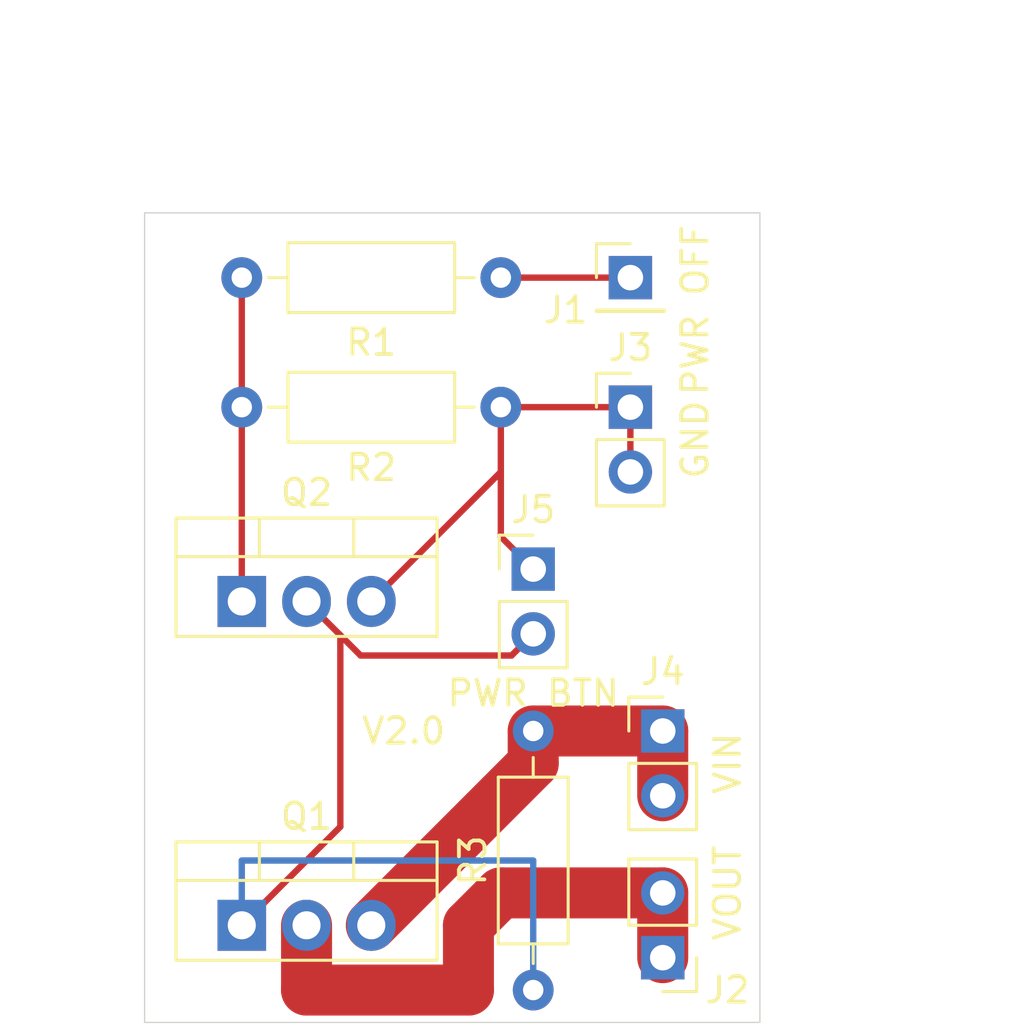
<source format=kicad_pcb>
(kicad_pcb (version 20171130) (host pcbnew 5.1.9-73d0e3b20d~88~ubuntu20.04.1)

  (general
    (thickness 1.6)
    (drawings 7)
    (tracks 29)
    (zones 0)
    (modules 12)
    (nets 7)
  )

  (page A4)
  (layers
    (0 F.Cu signal)
    (31 B.Cu signal)
    (32 B.Adhes user)
    (33 F.Adhes user)
    (34 B.Paste user)
    (35 F.Paste user)
    (36 B.SilkS user)
    (37 F.SilkS user)
    (38 B.Mask user)
    (39 F.Mask user)
    (40 Dwgs.User user)
    (41 Cmts.User user)
    (42 Eco1.User user)
    (43 Eco2.User user)
    (44 Edge.Cuts user)
    (45 Margin user)
    (46 B.CrtYd user)
    (47 F.CrtYd user)
    (48 B.Fab user)
    (49 F.Fab user)
  )

  (setup
    (last_trace_width 0.25)
    (user_trace_width 2)
    (trace_clearance 0.2)
    (zone_clearance 0.508)
    (zone_45_only no)
    (trace_min 0.2)
    (via_size 0.8)
    (via_drill 0.4)
    (via_min_size 0.4)
    (via_min_drill 0.3)
    (uvia_size 0.3)
    (uvia_drill 0.1)
    (uvias_allowed no)
    (uvia_min_size 0.2)
    (uvia_min_drill 0.1)
    (edge_width 0.05)
    (segment_width 0.2)
    (pcb_text_width 0.3)
    (pcb_text_size 1.5 1.5)
    (mod_edge_width 0.12)
    (mod_text_size 1 1)
    (mod_text_width 0.15)
    (pad_size 1.524 1.524)
    (pad_drill 0.762)
    (pad_to_mask_clearance 0)
    (aux_axis_origin 0 0)
    (visible_elements FFFFFF7F)
    (pcbplotparams
      (layerselection 0x010fc_ffffffff)
      (usegerberextensions false)
      (usegerberattributes true)
      (usegerberadvancedattributes true)
      (creategerberjobfile true)
      (excludeedgelayer true)
      (linewidth 0.100000)
      (plotframeref false)
      (viasonmask false)
      (mode 1)
      (useauxorigin false)
      (hpglpennumber 1)
      (hpglpenspeed 20)
      (hpglpendiameter 15.000000)
      (psnegative false)
      (psa4output false)
      (plotreference true)
      (plotvalue true)
      (plotinvisibletext false)
      (padsonsilk false)
      (subtractmaskfromsilk false)
      (outputformat 1)
      (mirror false)
      (drillshape 0)
      (scaleselection 1)
      (outputdirectory "../gerber/"))
  )

  (net 0 "")
  (net 1 "Net-(J1-Pad1)")
  (net 2 VCC)
  (net 3 GND)
  (net 4 +BATT)
  (net 5 "Net-(J5-Pad2)")
  (net 6 "Net-(Q2-Pad1)")

  (net_class Default "This is the default net class."
    (clearance 0.2)
    (trace_width 0.25)
    (via_dia 0.8)
    (via_drill 0.4)
    (uvia_dia 0.3)
    (uvia_drill 0.1)
    (add_net +BATT)
    (add_net GND)
    (add_net "Net-(J1-Pad1)")
    (add_net "Net-(J5-Pad2)")
    (add_net "Net-(Q2-Pad1)")
    (add_net VCC)
  )

  (module MountingHole:MountingHole_2.2mm_M2 (layer F.Cu) (tedit 56D1B4CB) (tstamp 60178CB4)
    (at 162.56 109.22)
    (descr "Mounting Hole 2.2mm, no annular, M2")
    (tags "mounting hole 2.2mm no annular m2")
    (attr virtual)
    (fp_text reference REF** (at 0 -3.2) (layer F.SilkS) hide
      (effects (font (size 1 1) (thickness 0.15)))
    )
    (fp_text value MountingHole_2.2mm_M2 (at 0 3.2) (layer F.Fab)
      (effects (font (size 1 1) (thickness 0.15)))
    )
    (fp_circle (center 0 0) (end 2.2 0) (layer Cmts.User) (width 0.15))
    (fp_circle (center 0 0) (end 2.45 0) (layer F.CrtYd) (width 0.05))
    (fp_text user %R (at 0.3 0) (layer F.Fab)
      (effects (font (size 1 1) (thickness 0.15)))
    )
    (pad 1 np_thru_hole circle (at 0 0) (size 2.2 2.2) (drill 2.2) (layers *.Cu *.Mask))
  )

  (module MountingHole:MountingHole_2.2mm_M2 (layer F.Cu) (tedit 56D1B4CB) (tstamp 60178C6B)
    (at 179.07 104.14)
    (descr "Mounting Hole 2.2mm, no annular, M2")
    (tags "mounting hole 2.2mm no annular m2")
    (attr virtual)
    (fp_text reference REF** (at 0 -3.2) (layer F.SilkS) hide
      (effects (font (size 1 1) (thickness 0.15)))
    )
    (fp_text value MountingHole_2.2mm_M2 (at 0 3.2) (layer F.Fab)
      (effects (font (size 1 1) (thickness 0.15)))
    )
    (fp_circle (center 0 0) (end 2.2 0) (layer Cmts.User) (width 0.15))
    (fp_circle (center 0 0) (end 2.45 0) (layer F.CrtYd) (width 0.05))
    (fp_text user %R (at 0.3 0) (layer F.Fab)
      (effects (font (size 1 1) (thickness 0.15)))
    )
    (pad 1 np_thru_hole circle (at 0 0) (size 2.2 2.2) (drill 2.2) (layers *.Cu *.Mask))
  )

  (module Resistor_THT:R_Axial_DIN0207_L6.3mm_D2.5mm_P10.16mm_Horizontal (layer F.Cu) (tedit 5AE5139B) (tstamp 6017720B)
    (at 173.99 119.38 90)
    (descr "Resistor, Axial_DIN0207 series, Axial, Horizontal, pin pitch=10.16mm, 0.25W = 1/4W, length*diameter=6.3*2.5mm^2, http://cdn-reichelt.de/documents/datenblatt/B400/1_4W%23YAG.pdf")
    (tags "Resistor Axial_DIN0207 series Axial Horizontal pin pitch 10.16mm 0.25W = 1/4W length 6.3mm diameter 2.5mm")
    (path /60169147)
    (fp_text reference R3 (at 5.08 -2.37 90) (layer F.SilkS)
      (effects (font (size 1 1) (thickness 0.15)))
    )
    (fp_text value 10K (at 5.08 2.37 90) (layer F.Fab)
      (effects (font (size 1 1) (thickness 0.15)))
    )
    (fp_line (start 11.21 -1.5) (end -1.05 -1.5) (layer F.CrtYd) (width 0.05))
    (fp_line (start 11.21 1.5) (end 11.21 -1.5) (layer F.CrtYd) (width 0.05))
    (fp_line (start -1.05 1.5) (end 11.21 1.5) (layer F.CrtYd) (width 0.05))
    (fp_line (start -1.05 -1.5) (end -1.05 1.5) (layer F.CrtYd) (width 0.05))
    (fp_line (start 9.12 0) (end 8.35 0) (layer F.SilkS) (width 0.12))
    (fp_line (start 1.04 0) (end 1.81 0) (layer F.SilkS) (width 0.12))
    (fp_line (start 8.35 -1.37) (end 1.81 -1.37) (layer F.SilkS) (width 0.12))
    (fp_line (start 8.35 1.37) (end 8.35 -1.37) (layer F.SilkS) (width 0.12))
    (fp_line (start 1.81 1.37) (end 8.35 1.37) (layer F.SilkS) (width 0.12))
    (fp_line (start 1.81 -1.37) (end 1.81 1.37) (layer F.SilkS) (width 0.12))
    (fp_line (start 10.16 0) (end 8.23 0) (layer F.Fab) (width 0.1))
    (fp_line (start 0 0) (end 1.93 0) (layer F.Fab) (width 0.1))
    (fp_line (start 8.23 -1.25) (end 1.93 -1.25) (layer F.Fab) (width 0.1))
    (fp_line (start 8.23 1.25) (end 8.23 -1.25) (layer F.Fab) (width 0.1))
    (fp_line (start 1.93 1.25) (end 8.23 1.25) (layer F.Fab) (width 0.1))
    (fp_line (start 1.93 -1.25) (end 1.93 1.25) (layer F.Fab) (width 0.1))
    (fp_text user %R (at 5.08 0 90) (layer F.Fab)
      (effects (font (size 1 1) (thickness 0.15)))
    )
    (pad 2 thru_hole oval (at 10.16 0 90) (size 1.6 1.6) (drill 0.8) (layers *.Cu *.Mask)
      (net 4 +BATT))
    (pad 1 thru_hole circle (at 0 0 90) (size 1.6 1.6) (drill 0.8) (layers *.Cu *.Mask)
      (net 5 "Net-(J5-Pad2)"))
    (model ${KISYS3DMOD}/Resistor_THT.3dshapes/R_Axial_DIN0207_L6.3mm_D2.5mm_P10.16mm_Horizontal.wrl
      (at (xyz 0 0 0))
      (scale (xyz 1 1 1))
      (rotate (xyz 0 0 0))
    )
  )

  (module Connector_PinHeader_2.54mm:PinHeader_1x02_P2.54mm_Vertical (layer F.Cu) (tedit 59FED5CC) (tstamp 60176CA8)
    (at 179.07 118.11 180)
    (descr "Through hole straight pin header, 1x02, 2.54mm pitch, single row")
    (tags "Through hole pin header THT 1x02 2.54mm single row")
    (path /601A202A)
    (fp_text reference J2 (at -2.54 -1.27) (layer F.SilkS)
      (effects (font (size 1 1) (thickness 0.15)))
    )
    (fp_text value VOUT (at -2.54 2.54 90) (layer F.SilkS)
      (effects (font (size 1 1) (thickness 0.15)))
    )
    (fp_line (start -0.635 -1.27) (end 1.27 -1.27) (layer F.Fab) (width 0.1))
    (fp_line (start 1.27 -1.27) (end 1.27 3.81) (layer F.Fab) (width 0.1))
    (fp_line (start 1.27 3.81) (end -1.27 3.81) (layer F.Fab) (width 0.1))
    (fp_line (start -1.27 3.81) (end -1.27 -0.635) (layer F.Fab) (width 0.1))
    (fp_line (start -1.27 -0.635) (end -0.635 -1.27) (layer F.Fab) (width 0.1))
    (fp_line (start -1.33 3.87) (end 1.33 3.87) (layer F.SilkS) (width 0.12))
    (fp_line (start -1.33 1.27) (end -1.33 3.87) (layer F.SilkS) (width 0.12))
    (fp_line (start 1.33 1.27) (end 1.33 3.87) (layer F.SilkS) (width 0.12))
    (fp_line (start -1.33 1.27) (end 1.33 1.27) (layer F.SilkS) (width 0.12))
    (fp_line (start -1.33 0) (end -1.33 -1.33) (layer F.SilkS) (width 0.12))
    (fp_line (start -1.33 -1.33) (end 0 -1.33) (layer F.SilkS) (width 0.12))
    (fp_line (start -1.8 -1.8) (end -1.8 4.35) (layer F.CrtYd) (width 0.05))
    (fp_line (start -1.8 4.35) (end 1.8 4.35) (layer F.CrtYd) (width 0.05))
    (fp_line (start 1.8 4.35) (end 1.8 -1.8) (layer F.CrtYd) (width 0.05))
    (fp_line (start 1.8 -1.8) (end -1.8 -1.8) (layer F.CrtYd) (width 0.05))
    (fp_text user %R (at 0 1.27 90) (layer F.Fab)
      (effects (font (size 1 1) (thickness 0.15)))
    )
    (pad 1 thru_hole rect (at 0 0 180) (size 1.7 1.7) (drill 1) (layers *.Cu *.Mask)
      (net 2 VCC))
    (pad 2 thru_hole oval (at 0 2.54 180) (size 1.7 1.7) (drill 1) (layers *.Cu *.Mask)
      (net 2 VCC))
    (model ${KISYS3DMOD}/Connector_PinHeader_2.54mm.3dshapes/PinHeader_1x02_P2.54mm_Vertical.wrl
      (at (xyz 0 0 0))
      (scale (xyz 1 1 1))
      (rotate (xyz 0 0 0))
    )
  )

  (module Connector_PinHeader_2.54mm:PinHeader_1x01_P2.54mm_Vertical (layer F.Cu) (tedit 59FED5CC) (tstamp 601762B8)
    (at 177.8 91.44)
    (descr "Through hole straight pin header, 1x01, 2.54mm pitch, single row")
    (tags "Through hole pin header THT 1x01 2.54mm single row")
    (path /6018D6EC)
    (fp_text reference J1 (at -2.54 1.27) (layer F.SilkS)
      (effects (font (size 1 1) (thickness 0.15)))
    )
    (fp_text value "PWR OFF" (at 2.54 1.27 90) (layer F.SilkS)
      (effects (font (size 1 1) (thickness 0.15)))
    )
    (fp_line (start -0.635 -1.27) (end 1.27 -1.27) (layer F.Fab) (width 0.1))
    (fp_line (start 1.27 -1.27) (end 1.27 1.27) (layer F.Fab) (width 0.1))
    (fp_line (start 1.27 1.27) (end -1.27 1.27) (layer F.Fab) (width 0.1))
    (fp_line (start -1.27 1.27) (end -1.27 -0.635) (layer F.Fab) (width 0.1))
    (fp_line (start -1.27 -0.635) (end -0.635 -1.27) (layer F.Fab) (width 0.1))
    (fp_line (start -1.33 1.33) (end 1.33 1.33) (layer F.SilkS) (width 0.12))
    (fp_line (start -1.33 1.27) (end -1.33 1.33) (layer F.SilkS) (width 0.12))
    (fp_line (start 1.33 1.27) (end 1.33 1.33) (layer F.SilkS) (width 0.12))
    (fp_line (start -1.33 1.27) (end 1.33 1.27) (layer F.SilkS) (width 0.12))
    (fp_line (start -1.33 0) (end -1.33 -1.33) (layer F.SilkS) (width 0.12))
    (fp_line (start -1.33 -1.33) (end 0 -1.33) (layer F.SilkS) (width 0.12))
    (fp_line (start -1.8 -1.8) (end -1.8 1.8) (layer F.CrtYd) (width 0.05))
    (fp_line (start -1.8 1.8) (end 1.8 1.8) (layer F.CrtYd) (width 0.05))
    (fp_line (start 1.8 1.8) (end 1.8 -1.8) (layer F.CrtYd) (width 0.05))
    (fp_line (start 1.8 -1.8) (end -1.8 -1.8) (layer F.CrtYd) (width 0.05))
    (fp_text user %R (at 0 0 90) (layer F.Fab)
      (effects (font (size 1 1) (thickness 0.15)))
    )
    (pad 1 thru_hole rect (at 0 0) (size 1.7 1.7) (drill 1) (layers *.Cu *.Mask)
      (net 1 "Net-(J1-Pad1)"))
    (model ${KISYS3DMOD}/Connector_PinHeader_2.54mm.3dshapes/PinHeader_1x01_P2.54mm_Vertical.wrl
      (at (xyz 0 0 0))
      (scale (xyz 1 1 1))
      (rotate (xyz 0 0 0))
    )
  )

  (module Connector_PinHeader_2.54mm:PinHeader_1x02_P2.54mm_Vertical (layer F.Cu) (tedit 59FED5CC) (tstamp 60176619)
    (at 177.8 96.52)
    (descr "Through hole straight pin header, 1x02, 2.54mm pitch, single row")
    (tags "Through hole pin header THT 1x02 2.54mm single row")
    (path /6019BEFD)
    (fp_text reference J3 (at 0 -2.33) (layer F.SilkS)
      (effects (font (size 1 1) (thickness 0.15)))
    )
    (fp_text value GND (at 2.54 1.27 90) (layer F.SilkS)
      (effects (font (size 1 1) (thickness 0.15)))
    )
    (fp_line (start -0.635 -1.27) (end 1.27 -1.27) (layer F.Fab) (width 0.1))
    (fp_line (start 1.27 -1.27) (end 1.27 3.81) (layer F.Fab) (width 0.1))
    (fp_line (start 1.27 3.81) (end -1.27 3.81) (layer F.Fab) (width 0.1))
    (fp_line (start -1.27 3.81) (end -1.27 -0.635) (layer F.Fab) (width 0.1))
    (fp_line (start -1.27 -0.635) (end -0.635 -1.27) (layer F.Fab) (width 0.1))
    (fp_line (start -1.33 3.87) (end 1.33 3.87) (layer F.SilkS) (width 0.12))
    (fp_line (start -1.33 1.27) (end -1.33 3.87) (layer F.SilkS) (width 0.12))
    (fp_line (start 1.33 1.27) (end 1.33 3.87) (layer F.SilkS) (width 0.12))
    (fp_line (start -1.33 1.27) (end 1.33 1.27) (layer F.SilkS) (width 0.12))
    (fp_line (start -1.33 0) (end -1.33 -1.33) (layer F.SilkS) (width 0.12))
    (fp_line (start -1.33 -1.33) (end 0 -1.33) (layer F.SilkS) (width 0.12))
    (fp_line (start -1.8 -1.8) (end -1.8 4.35) (layer F.CrtYd) (width 0.05))
    (fp_line (start -1.8 4.35) (end 1.8 4.35) (layer F.CrtYd) (width 0.05))
    (fp_line (start 1.8 4.35) (end 1.8 -1.8) (layer F.CrtYd) (width 0.05))
    (fp_line (start 1.8 -1.8) (end -1.8 -1.8) (layer F.CrtYd) (width 0.05))
    (fp_text user %R (at 0 1.27 90) (layer F.Fab)
      (effects (font (size 1 1) (thickness 0.15)))
    )
    (pad 1 thru_hole rect (at 0 0) (size 1.7 1.7) (drill 1) (layers *.Cu *.Mask)
      (net 3 GND))
    (pad 2 thru_hole oval (at 0 2.54) (size 1.7 1.7) (drill 1) (layers *.Cu *.Mask)
      (net 3 GND))
    (model ${KISYS3DMOD}/Connector_PinHeader_2.54mm.3dshapes/PinHeader_1x02_P2.54mm_Vertical.wrl
      (at (xyz 0 0 0))
      (scale (xyz 1 1 1))
      (rotate (xyz 0 0 0))
    )
  )

  (module Connector_PinHeader_2.54mm:PinHeader_1x02_P2.54mm_Vertical (layer F.Cu) (tedit 59FED5CC) (tstamp 60176E56)
    (at 179.07 109.22)
    (descr "Through hole straight pin header, 1x02, 2.54mm pitch, single row")
    (tags "Through hole pin header THT 1x02 2.54mm single row")
    (path /601A169F)
    (fp_text reference J4 (at 0 -2.33) (layer F.SilkS)
      (effects (font (size 1 1) (thickness 0.15)))
    )
    (fp_text value VIN (at 2.54 1.27 90) (layer F.SilkS)
      (effects (font (size 1 1) (thickness 0.15)))
    )
    (fp_line (start 1.8 -1.8) (end -1.8 -1.8) (layer F.CrtYd) (width 0.05))
    (fp_line (start 1.8 4.35) (end 1.8 -1.8) (layer F.CrtYd) (width 0.05))
    (fp_line (start -1.8 4.35) (end 1.8 4.35) (layer F.CrtYd) (width 0.05))
    (fp_line (start -1.8 -1.8) (end -1.8 4.35) (layer F.CrtYd) (width 0.05))
    (fp_line (start -1.33 -1.33) (end 0 -1.33) (layer F.SilkS) (width 0.12))
    (fp_line (start -1.33 0) (end -1.33 -1.33) (layer F.SilkS) (width 0.12))
    (fp_line (start -1.33 1.27) (end 1.33 1.27) (layer F.SilkS) (width 0.12))
    (fp_line (start 1.33 1.27) (end 1.33 3.87) (layer F.SilkS) (width 0.12))
    (fp_line (start -1.33 1.27) (end -1.33 3.87) (layer F.SilkS) (width 0.12))
    (fp_line (start -1.33 3.87) (end 1.33 3.87) (layer F.SilkS) (width 0.12))
    (fp_line (start -1.27 -0.635) (end -0.635 -1.27) (layer F.Fab) (width 0.1))
    (fp_line (start -1.27 3.81) (end -1.27 -0.635) (layer F.Fab) (width 0.1))
    (fp_line (start 1.27 3.81) (end -1.27 3.81) (layer F.Fab) (width 0.1))
    (fp_line (start 1.27 -1.27) (end 1.27 3.81) (layer F.Fab) (width 0.1))
    (fp_line (start -0.635 -1.27) (end 1.27 -1.27) (layer F.Fab) (width 0.1))
    (fp_text user %R (at 0 1.27 90) (layer F.Fab)
      (effects (font (size 1 1) (thickness 0.15)))
    )
    (pad 2 thru_hole oval (at 0 2.54) (size 1.7 1.7) (drill 1) (layers *.Cu *.Mask)
      (net 4 +BATT))
    (pad 1 thru_hole rect (at 0 0) (size 1.7 1.7) (drill 1) (layers *.Cu *.Mask)
      (net 4 +BATT))
    (model ${KISYS3DMOD}/Connector_PinHeader_2.54mm.3dshapes/PinHeader_1x02_P2.54mm_Vertical.wrl
      (at (xyz 0 0 0))
      (scale (xyz 1 1 1))
      (rotate (xyz 0 0 0))
    )
  )

  (module Connector_PinHeader_2.54mm:PinHeader_1x02_P2.54mm_Vertical (layer F.Cu) (tedit 59FED5CC) (tstamp 60176683)
    (at 173.99 102.87)
    (descr "Through hole straight pin header, 1x02, 2.54mm pitch, single row")
    (tags "Through hole pin header THT 1x02 2.54mm single row")
    (path /601A6D43)
    (fp_text reference J5 (at 0 -2.33) (layer F.SilkS)
      (effects (font (size 1 1) (thickness 0.15)))
    )
    (fp_text value "PWR BTN" (at 0 4.87) (layer F.SilkS)
      (effects (font (size 1 1) (thickness 0.15)))
    )
    (fp_line (start 1.8 -1.8) (end -1.8 -1.8) (layer F.CrtYd) (width 0.05))
    (fp_line (start 1.8 4.35) (end 1.8 -1.8) (layer F.CrtYd) (width 0.05))
    (fp_line (start -1.8 4.35) (end 1.8 4.35) (layer F.CrtYd) (width 0.05))
    (fp_line (start -1.8 -1.8) (end -1.8 4.35) (layer F.CrtYd) (width 0.05))
    (fp_line (start -1.33 -1.33) (end 0 -1.33) (layer F.SilkS) (width 0.12))
    (fp_line (start -1.33 0) (end -1.33 -1.33) (layer F.SilkS) (width 0.12))
    (fp_line (start -1.33 1.27) (end 1.33 1.27) (layer F.SilkS) (width 0.12))
    (fp_line (start 1.33 1.27) (end 1.33 3.87) (layer F.SilkS) (width 0.12))
    (fp_line (start -1.33 1.27) (end -1.33 3.87) (layer F.SilkS) (width 0.12))
    (fp_line (start -1.33 3.87) (end 1.33 3.87) (layer F.SilkS) (width 0.12))
    (fp_line (start -1.27 -0.635) (end -0.635 -1.27) (layer F.Fab) (width 0.1))
    (fp_line (start -1.27 3.81) (end -1.27 -0.635) (layer F.Fab) (width 0.1))
    (fp_line (start 1.27 3.81) (end -1.27 3.81) (layer F.Fab) (width 0.1))
    (fp_line (start 1.27 -1.27) (end 1.27 3.81) (layer F.Fab) (width 0.1))
    (fp_line (start -0.635 -1.27) (end 1.27 -1.27) (layer F.Fab) (width 0.1))
    (fp_text user %R (at 0 1.27) (layer F.Fab)
      (effects (font (size 1 1) (thickness 0.15)))
    )
    (pad 2 thru_hole oval (at 0 2.54) (size 1.7 1.7) (drill 1) (layers *.Cu *.Mask)
      (net 5 "Net-(J5-Pad2)"))
    (pad 1 thru_hole rect (at 0 0) (size 1.7 1.7) (drill 1) (layers *.Cu *.Mask)
      (net 3 GND))
    (model ${KISYS3DMOD}/Connector_PinHeader_2.54mm.3dshapes/PinHeader_1x02_P2.54mm_Vertical.wrl
      (at (xyz 0 0 0))
      (scale (xyz 1 1 1))
      (rotate (xyz 0 0 0))
    )
  )

  (module Package_TO_SOT_THT:TO-220-3_Vertical (layer F.Cu) (tedit 5AC8BA0D) (tstamp 60175E5C)
    (at 162.56 116.84)
    (descr "TO-220-3, Vertical, RM 2.54mm, see https://www.vishay.com/docs/66542/to-220-1.pdf")
    (tags "TO-220-3 Vertical RM 2.54mm")
    (path /60169AE7)
    (fp_text reference Q1 (at 2.54 -4.27) (layer F.SilkS)
      (effects (font (size 1 1) (thickness 0.15)))
    )
    (fp_text value Q_PMOS_GDS (at 2.54 2.5) (layer F.Fab)
      (effects (font (size 1 1) (thickness 0.15)))
    )
    (fp_line (start -2.46 -3.15) (end -2.46 1.25) (layer F.Fab) (width 0.1))
    (fp_line (start -2.46 1.25) (end 7.54 1.25) (layer F.Fab) (width 0.1))
    (fp_line (start 7.54 1.25) (end 7.54 -3.15) (layer F.Fab) (width 0.1))
    (fp_line (start 7.54 -3.15) (end -2.46 -3.15) (layer F.Fab) (width 0.1))
    (fp_line (start -2.46 -1.88) (end 7.54 -1.88) (layer F.Fab) (width 0.1))
    (fp_line (start 0.69 -3.15) (end 0.69 -1.88) (layer F.Fab) (width 0.1))
    (fp_line (start 4.39 -3.15) (end 4.39 -1.88) (layer F.Fab) (width 0.1))
    (fp_line (start -2.58 -3.27) (end 7.66 -3.27) (layer F.SilkS) (width 0.12))
    (fp_line (start -2.58 1.371) (end 7.66 1.371) (layer F.SilkS) (width 0.12))
    (fp_line (start -2.58 -3.27) (end -2.58 1.371) (layer F.SilkS) (width 0.12))
    (fp_line (start 7.66 -3.27) (end 7.66 1.371) (layer F.SilkS) (width 0.12))
    (fp_line (start -2.58 -1.76) (end 7.66 -1.76) (layer F.SilkS) (width 0.12))
    (fp_line (start 0.69 -3.27) (end 0.69 -1.76) (layer F.SilkS) (width 0.12))
    (fp_line (start 4.391 -3.27) (end 4.391 -1.76) (layer F.SilkS) (width 0.12))
    (fp_line (start -2.71 -3.4) (end -2.71 1.51) (layer F.CrtYd) (width 0.05))
    (fp_line (start -2.71 1.51) (end 7.79 1.51) (layer F.CrtYd) (width 0.05))
    (fp_line (start 7.79 1.51) (end 7.79 -3.4) (layer F.CrtYd) (width 0.05))
    (fp_line (start 7.79 -3.4) (end -2.71 -3.4) (layer F.CrtYd) (width 0.05))
    (fp_text user %R (at 2.54 -4.27) (layer F.Fab)
      (effects (font (size 1 1) (thickness 0.15)))
    )
    (pad 1 thru_hole rect (at 0 0) (size 1.905 2) (drill 1.1) (layers *.Cu *.Mask)
      (net 5 "Net-(J5-Pad2)"))
    (pad 2 thru_hole oval (at 2.54 0) (size 1.905 2) (drill 1.1) (layers *.Cu *.Mask)
      (net 2 VCC))
    (pad 3 thru_hole oval (at 5.08 0) (size 1.905 2) (drill 1.1) (layers *.Cu *.Mask)
      (net 4 +BATT))
    (model ${KISYS3DMOD}/Package_TO_SOT_THT.3dshapes/TO-220-3_Vertical.wrl
      (at (xyz 0 0 0))
      (scale (xyz 1 1 1))
      (rotate (xyz 0 0 0))
    )
  )

  (module Package_TO_SOT_THT:TO-220-3_Vertical (layer F.Cu) (tedit 5AC8BA0D) (tstamp 60175E76)
    (at 162.56 104.14)
    (descr "TO-220-3, Vertical, RM 2.54mm, see https://www.vishay.com/docs/66542/to-220-1.pdf")
    (tags "TO-220-3 Vertical RM 2.54mm")
    (path /6016A717)
    (fp_text reference Q2 (at 2.54 -4.27) (layer F.SilkS)
      (effects (font (size 1 1) (thickness 0.15)))
    )
    (fp_text value Q_NMOS_GDS (at 2.54 2.5) (layer F.Fab)
      (effects (font (size 1 1) (thickness 0.15)))
    )
    (fp_line (start 7.79 -3.4) (end -2.71 -3.4) (layer F.CrtYd) (width 0.05))
    (fp_line (start 7.79 1.51) (end 7.79 -3.4) (layer F.CrtYd) (width 0.05))
    (fp_line (start -2.71 1.51) (end 7.79 1.51) (layer F.CrtYd) (width 0.05))
    (fp_line (start -2.71 -3.4) (end -2.71 1.51) (layer F.CrtYd) (width 0.05))
    (fp_line (start 4.391 -3.27) (end 4.391 -1.76) (layer F.SilkS) (width 0.12))
    (fp_line (start 0.69 -3.27) (end 0.69 -1.76) (layer F.SilkS) (width 0.12))
    (fp_line (start -2.58 -1.76) (end 7.66 -1.76) (layer F.SilkS) (width 0.12))
    (fp_line (start 7.66 -3.27) (end 7.66 1.371) (layer F.SilkS) (width 0.12))
    (fp_line (start -2.58 -3.27) (end -2.58 1.371) (layer F.SilkS) (width 0.12))
    (fp_line (start -2.58 1.371) (end 7.66 1.371) (layer F.SilkS) (width 0.12))
    (fp_line (start -2.58 -3.27) (end 7.66 -3.27) (layer F.SilkS) (width 0.12))
    (fp_line (start 4.39 -3.15) (end 4.39 -1.88) (layer F.Fab) (width 0.1))
    (fp_line (start 0.69 -3.15) (end 0.69 -1.88) (layer F.Fab) (width 0.1))
    (fp_line (start -2.46 -1.88) (end 7.54 -1.88) (layer F.Fab) (width 0.1))
    (fp_line (start 7.54 -3.15) (end -2.46 -3.15) (layer F.Fab) (width 0.1))
    (fp_line (start 7.54 1.25) (end 7.54 -3.15) (layer F.Fab) (width 0.1))
    (fp_line (start -2.46 1.25) (end 7.54 1.25) (layer F.Fab) (width 0.1))
    (fp_line (start -2.46 -3.15) (end -2.46 1.25) (layer F.Fab) (width 0.1))
    (fp_text user %R (at 2.54 -4.27) (layer F.Fab)
      (effects (font (size 1 1) (thickness 0.15)))
    )
    (pad 3 thru_hole oval (at 5.08 0) (size 1.905 2) (drill 1.1) (layers *.Cu *.Mask)
      (net 3 GND))
    (pad 2 thru_hole oval (at 2.54 0) (size 1.905 2) (drill 1.1) (layers *.Cu *.Mask)
      (net 5 "Net-(J5-Pad2)"))
    (pad 1 thru_hole rect (at 0 0) (size 1.905 2) (drill 1.1) (layers *.Cu *.Mask)
      (net 6 "Net-(Q2-Pad1)"))
    (model ${KISYS3DMOD}/Package_TO_SOT_THT.3dshapes/TO-220-3_Vertical.wrl
      (at (xyz 0 0 0))
      (scale (xyz 1 1 1))
      (rotate (xyz 0 0 0))
    )
  )

  (module Resistor_THT:R_Axial_DIN0207_L6.3mm_D2.5mm_P10.16mm_Horizontal (layer F.Cu) (tedit 5AE5139B) (tstamp 60175E8D)
    (at 162.56 91.44)
    (descr "Resistor, Axial_DIN0207 series, Axial, Horizontal, pin pitch=10.16mm, 0.25W = 1/4W, length*diameter=6.3*2.5mm^2, http://cdn-reichelt.de/documents/datenblatt/B400/1_4W%23YAG.pdf")
    (tags "Resistor Axial_DIN0207 series Axial Horizontal pin pitch 10.16mm 0.25W = 1/4W length 6.3mm diameter 2.5mm")
    (path /60168C01)
    (fp_text reference R1 (at 5.08 2.54) (layer F.SilkS)
      (effects (font (size 1 1) (thickness 0.15)))
    )
    (fp_text value 100 (at 7.62 -2.54) (layer F.Fab)
      (effects (font (size 1 1) (thickness 0.15)))
    )
    (fp_line (start 1.93 -1.25) (end 1.93 1.25) (layer F.Fab) (width 0.1))
    (fp_line (start 1.93 1.25) (end 8.23 1.25) (layer F.Fab) (width 0.1))
    (fp_line (start 8.23 1.25) (end 8.23 -1.25) (layer F.Fab) (width 0.1))
    (fp_line (start 8.23 -1.25) (end 1.93 -1.25) (layer F.Fab) (width 0.1))
    (fp_line (start 0 0) (end 1.93 0) (layer F.Fab) (width 0.1))
    (fp_line (start 10.16 0) (end 8.23 0) (layer F.Fab) (width 0.1))
    (fp_line (start 1.81 -1.37) (end 1.81 1.37) (layer F.SilkS) (width 0.12))
    (fp_line (start 1.81 1.37) (end 8.35 1.37) (layer F.SilkS) (width 0.12))
    (fp_line (start 8.35 1.37) (end 8.35 -1.37) (layer F.SilkS) (width 0.12))
    (fp_line (start 8.35 -1.37) (end 1.81 -1.37) (layer F.SilkS) (width 0.12))
    (fp_line (start 1.04 0) (end 1.81 0) (layer F.SilkS) (width 0.12))
    (fp_line (start 9.12 0) (end 8.35 0) (layer F.SilkS) (width 0.12))
    (fp_line (start -1.05 -1.5) (end -1.05 1.5) (layer F.CrtYd) (width 0.05))
    (fp_line (start -1.05 1.5) (end 11.21 1.5) (layer F.CrtYd) (width 0.05))
    (fp_line (start 11.21 1.5) (end 11.21 -1.5) (layer F.CrtYd) (width 0.05))
    (fp_line (start 11.21 -1.5) (end -1.05 -1.5) (layer F.CrtYd) (width 0.05))
    (fp_text user %R (at 5.08 0) (layer F.Fab)
      (effects (font (size 1 1) (thickness 0.15)))
    )
    (pad 1 thru_hole circle (at 0 0) (size 1.6 1.6) (drill 0.8) (layers *.Cu *.Mask)
      (net 6 "Net-(Q2-Pad1)"))
    (pad 2 thru_hole oval (at 10.16 0) (size 1.6 1.6) (drill 0.8) (layers *.Cu *.Mask)
      (net 1 "Net-(J1-Pad1)"))
    (model ${KISYS3DMOD}/Resistor_THT.3dshapes/R_Axial_DIN0207_L6.3mm_D2.5mm_P10.16mm_Horizontal.wrl
      (at (xyz 0 0 0))
      (scale (xyz 1 1 1))
      (rotate (xyz 0 0 0))
    )
  )

  (module Resistor_THT:R_Axial_DIN0207_L6.3mm_D2.5mm_P10.16mm_Horizontal (layer F.Cu) (tedit 5AE5139B) (tstamp 60175EA4)
    (at 172.72 96.52 180)
    (descr "Resistor, Axial_DIN0207 series, Axial, Horizontal, pin pitch=10.16mm, 0.25W = 1/4W, length*diameter=6.3*2.5mm^2, http://cdn-reichelt.de/documents/datenblatt/B400/1_4W%23YAG.pdf")
    (tags "Resistor Axial_DIN0207 series Axial Horizontal pin pitch 10.16mm 0.25W = 1/4W length 6.3mm diameter 2.5mm")
    (path /601693FE)
    (fp_text reference R2 (at 5.08 -2.37) (layer F.SilkS)
      (effects (font (size 1 1) (thickness 0.15)))
    )
    (fp_text value 10K (at 5.08 2.37) (layer F.Fab)
      (effects (font (size 1 1) (thickness 0.15)))
    )
    (fp_line (start 1.93 -1.25) (end 1.93 1.25) (layer F.Fab) (width 0.1))
    (fp_line (start 1.93 1.25) (end 8.23 1.25) (layer F.Fab) (width 0.1))
    (fp_line (start 8.23 1.25) (end 8.23 -1.25) (layer F.Fab) (width 0.1))
    (fp_line (start 8.23 -1.25) (end 1.93 -1.25) (layer F.Fab) (width 0.1))
    (fp_line (start 0 0) (end 1.93 0) (layer F.Fab) (width 0.1))
    (fp_line (start 10.16 0) (end 8.23 0) (layer F.Fab) (width 0.1))
    (fp_line (start 1.81 -1.37) (end 1.81 1.37) (layer F.SilkS) (width 0.12))
    (fp_line (start 1.81 1.37) (end 8.35 1.37) (layer F.SilkS) (width 0.12))
    (fp_line (start 8.35 1.37) (end 8.35 -1.37) (layer F.SilkS) (width 0.12))
    (fp_line (start 8.35 -1.37) (end 1.81 -1.37) (layer F.SilkS) (width 0.12))
    (fp_line (start 1.04 0) (end 1.81 0) (layer F.SilkS) (width 0.12))
    (fp_line (start 9.12 0) (end 8.35 0) (layer F.SilkS) (width 0.12))
    (fp_line (start -1.05 -1.5) (end -1.05 1.5) (layer F.CrtYd) (width 0.05))
    (fp_line (start -1.05 1.5) (end 11.21 1.5) (layer F.CrtYd) (width 0.05))
    (fp_line (start 11.21 1.5) (end 11.21 -1.5) (layer F.CrtYd) (width 0.05))
    (fp_line (start 11.21 -1.5) (end -1.05 -1.5) (layer F.CrtYd) (width 0.05))
    (fp_text user %R (at 5.08 0) (layer F.Fab)
      (effects (font (size 1 1) (thickness 0.15)))
    )
    (pad 1 thru_hole circle (at 0 0 180) (size 1.6 1.6) (drill 0.8) (layers *.Cu *.Mask)
      (net 3 GND))
    (pad 2 thru_hole oval (at 10.16 0 180) (size 1.6 1.6) (drill 0.8) (layers *.Cu *.Mask)
      (net 6 "Net-(Q2-Pad1)"))
    (model ${KISYS3DMOD}/Resistor_THT.3dshapes/R_Axial_DIN0207_L6.3mm_D2.5mm_P10.16mm_Horizontal.wrl
      (at (xyz 0 0 0))
      (scale (xyz 1 1 1))
      (rotate (xyz 0 0 0))
    )
  )

  (gr_text V2.0 (at 168.91 109.22) (layer F.SilkS)
    (effects (font (size 1 1) (thickness 0.15)))
  )
  (dimension 24.13 (width 0.15) (layer Dwgs.User)
    (gr_text "24,130 mm" (at 170.815 81.25) (layer Dwgs.User)
      (effects (font (size 1 1) (thickness 0.15)))
    )
    (feature1 (pts (xy 158.75 88.9) (xy 158.75 81.963579)))
    (feature2 (pts (xy 182.88 88.9) (xy 182.88 81.963579)))
    (crossbar (pts (xy 182.88 82.55) (xy 158.75 82.55)))
    (arrow1a (pts (xy 158.75 82.55) (xy 159.876504 81.963579)))
    (arrow1b (pts (xy 158.75 82.55) (xy 159.876504 83.136421)))
    (arrow2a (pts (xy 182.88 82.55) (xy 181.753496 81.963579)))
    (arrow2b (pts (xy 182.88 82.55) (xy 181.753496 83.136421)))
  )
  (dimension 31.75 (width 0.15) (layer Dwgs.User)
    (gr_text "31,750 mm" (at 191.8 104.775 270) (layer Dwgs.User)
      (effects (font (size 1 1) (thickness 0.15)))
    )
    (feature1 (pts (xy 182.88 120.65) (xy 191.086421 120.65)))
    (feature2 (pts (xy 182.88 88.9) (xy 191.086421 88.9)))
    (crossbar (pts (xy 190.5 88.9) (xy 190.5 120.65)))
    (arrow1a (pts (xy 190.5 120.65) (xy 189.913579 119.523496)))
    (arrow1b (pts (xy 190.5 120.65) (xy 191.086421 119.523496)))
    (arrow2a (pts (xy 190.5 88.9) (xy 189.913579 90.026504)))
    (arrow2b (pts (xy 190.5 88.9) (xy 191.086421 90.026504)))
  )
  (gr_line (start 158.75 88.9) (end 182.88 88.9) (layer Edge.Cuts) (width 0.05) (tstamp 60178E9D))
  (gr_line (start 158.75 120.65) (end 158.75 88.9) (layer Edge.Cuts) (width 0.05))
  (gr_line (start 182.88 120.65) (end 158.75 120.65) (layer Edge.Cuts) (width 0.05))
  (gr_line (start 182.88 88.9) (end 182.88 120.65) (layer Edge.Cuts) (width 0.05))

  (segment (start 172.72 91.44) (end 177.8 91.44) (width 0.25) (layer F.Cu) (net 1))
  (segment (start 179.07 115.57) (end 179.07 118.11) (width 2) (layer F.Cu) (net 2))
  (segment (start 172.72 115.57) (end 179.07 115.57) (width 2) (layer F.Cu) (net 2))
  (segment (start 171.45 119.38) (end 171.45 116.84) (width 2) (layer F.Cu) (net 2))
  (segment (start 171.45 116.84) (end 172.72 115.57) (width 2) (layer F.Cu) (net 2))
  (segment (start 165.1 119.38) (end 171.45 119.38) (width 2) (layer F.Cu) (net 2))
  (segment (start 165.1 116.84) (end 165.1 119.38) (width 2) (layer F.Cu) (net 2))
  (segment (start 172.72 96.52) (end 177.8 96.52) (width 0.25) (layer F.Cu) (net 3))
  (segment (start 172.72 99.06) (end 167.64 104.14) (width 0.25) (layer F.Cu) (net 3))
  (segment (start 172.72 96.52) (end 172.72 99.06) (width 0.25) (layer F.Cu) (net 3))
  (segment (start 172.72 101.6) (end 173.99 102.87) (width 0.25) (layer F.Cu) (net 3))
  (segment (start 172.72 99.06) (end 172.72 101.6) (width 0.25) (layer F.Cu) (net 3))
  (segment (start 177.8 96.52) (end 177.8 99.06) (width 0.25) (layer F.Cu) (net 3))
  (segment (start 173.99 109.22) (end 179.07 109.22) (width 2) (layer F.Cu) (net 4))
  (segment (start 179.07 109.22) (end 179.07 111.76) (width 2) (layer F.Cu) (net 4))
  (segment (start 173.99 110.49) (end 167.64 116.84) (width 2) (layer F.Cu) (net 4))
  (segment (start 173.99 109.22) (end 173.99 110.49) (width 2) (layer F.Cu) (net 4))
  (segment (start 166.42501 112.97499) (end 162.56 116.84) (width 0.25) (layer F.Cu) (net 5))
  (segment (start 166.42501 105.46501) (end 166.42501 112.97499) (width 0.25) (layer F.Cu) (net 5))
  (segment (start 173.140001 106.259999) (end 167.219999 106.259999) (width 0.25) (layer F.Cu) (net 5))
  (segment (start 173.99 105.41) (end 173.140001 106.259999) (width 0.25) (layer F.Cu) (net 5))
  (segment (start 166.37 105.41) (end 165.1 104.14) (width 0.25) (layer F.Cu) (net 5))
  (segment (start 167.219999 106.259999) (end 166.37 105.41) (width 0.25) (layer F.Cu) (net 5))
  (segment (start 166.42501 105.46501) (end 166.37 105.41) (width 0.25) (layer F.Cu) (net 5))
  (segment (start 162.56 116.84) (end 162.56 114.3) (width 0.25) (layer B.Cu) (net 5))
  (segment (start 162.56 114.3) (end 173.99 114.3) (width 0.25) (layer B.Cu) (net 5))
  (segment (start 173.99 114.3) (end 173.99 119.38) (width 0.25) (layer B.Cu) (net 5))
  (segment (start 162.56 91.44) (end 162.56 96.52) (width 0.25) (layer F.Cu) (net 6))
  (segment (start 162.56 96.52) (end 162.56 104.14) (width 0.25) (layer F.Cu) (net 6))

)

</source>
